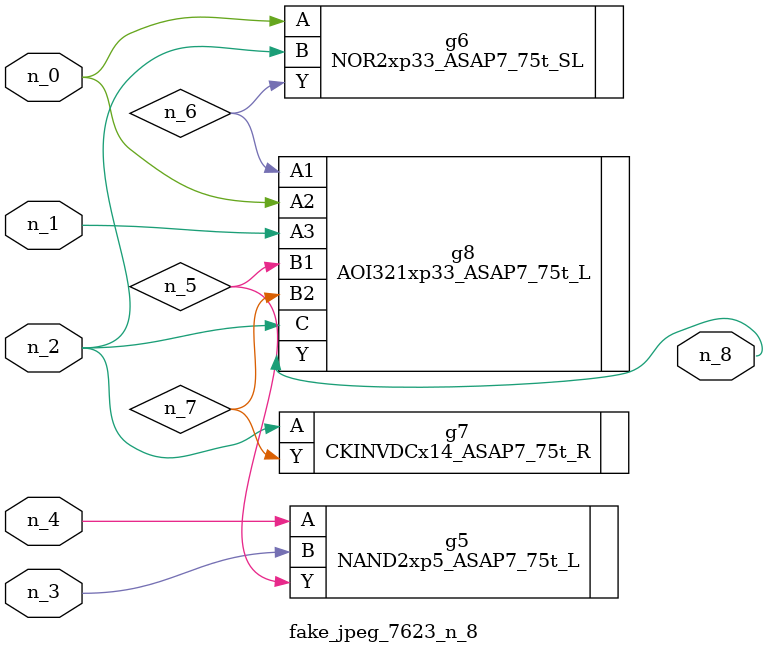
<source format=v>
module fake_jpeg_7623_n_8 (n_3, n_2, n_1, n_0, n_4, n_8);

input n_3;
input n_2;
input n_1;
input n_0;
input n_4;

output n_8;

wire n_6;
wire n_5;
wire n_7;

NAND2xp5_ASAP7_75t_L g5 ( 
.A(n_4),
.B(n_3),
.Y(n_5)
);

NOR2xp33_ASAP7_75t_SL g6 ( 
.A(n_0),
.B(n_2),
.Y(n_6)
);

CKINVDCx14_ASAP7_75t_R g7 ( 
.A(n_2),
.Y(n_7)
);

AOI321xp33_ASAP7_75t_L g8 ( 
.A1(n_6),
.A2(n_0),
.A3(n_1),
.B1(n_5),
.B2(n_7),
.C(n_2),
.Y(n_8)
);


endmodule
</source>
